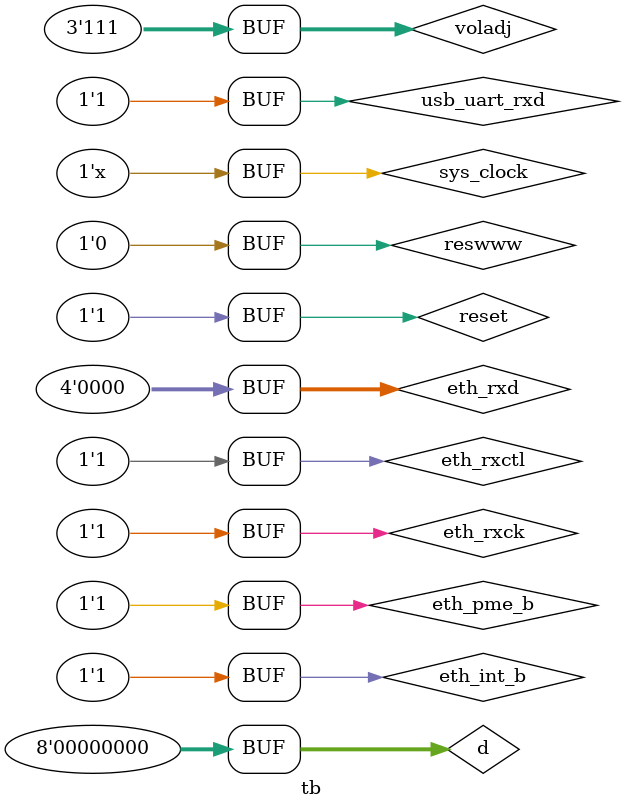
<source format=v>
`timescale 1ns / 1ps


module tb();

  wire [14:0]DDR3_addr;
  wire [2:0]DDR3_ba;
  wire DDR3_cas_n;
  wire [0:0]DDR3_ck_n;
  wire [0:0]DDR3_ck_p;
  wire [0:0]DDR3_cke;
  wire [1:0]DDR3_dm;
  wire [15:0]DDR3_dq;
  wire [1:0]DDR3_dqs_n;
  wire [1:0]DDR3_dqs_p;
  wire [0:0]DDR3_odt;
  wire DDR3_ras_n;
  wire DDR3_reset_n;
  wire DDR3_we_n;
  wire [7:0]GPIO_0_tri_o;
  wire RST;
  wire STIM;
  wire clk_d;
  wire clk_dac;
  wire clk_dac_d;
  wire clk_dac_p;
  wire clk_p;
  wire clk_short;
  reg [7:0]d;
  reg eth_int_b;
  wire eth_mdc;
  wire eth_mdio;
  reg eth_pme_b;
  wire eth_rst_b;
  reg eth_rxck;
  reg eth_rxctl;
  reg [3:0]eth_rxd;
  wire eth_txck;
  wire eth_txctl;
  wire [3:0]eth_txd;
  reg reset;
  reg reswww;
  wire start_sending_0;
  reg sys_clock;
  reg usb_uart_rxd;
  wire usb_uart_txd;
  wire [2:0]vadj;
  reg [2:0]voladj;
  
  design_1_wrapper dut
       (.DDR3_addr(DDR3_addr),
        .DDR3_ba(DDR3_ba),
        .DDR3_cas_n(DDR3_cas_n),
        .DDR3_ck_n(DDR3_ck_n),
        .DDR3_ck_p(DDR3_ck_p),
        .DDR3_cke(DDR3_cke),
        .DDR3_dm(DDR3_dm),
        .DDR3_dq(DDR3_dq),
        .DDR3_dqs_n(DDR3_dqs_n),
        .DDR3_dqs_p(DDR3_dqs_p),
        .DDR3_odt(DDR3_odt),
        .DDR3_ras_n(DDR3_ras_n),
        .DDR3_reset_n(DDR3_reset_n),
        .DDR3_we_n(DDR3_we_n),
        .GPIO_0_tri_o(GPIO_0_tri_o),
        .RST(RST),
        .STIM(STIM),
        .clk_d(clk_d),
        .clk_dac(clk_dac),
        .clk_dac_d(clk_dac_d),
        .clk_dac_p(clk_dac_p),
        .clk_p(clk_p),
        .clk_short(clk_short),
        .d(d),
        .eth_int_b(eth_int_b),
        .eth_mdc(eth_mdc),
        .eth_mdio(eth_mdio),
        .eth_pme_b(eth_pme_b),
        .eth_rst_b(eth_rst_b),
        .eth_rxck(eth_rxck),
        .eth_rxctl(eth_rxctl),
        .eth_rxd(eth_rxd),
        .eth_txck(eth_txck),
        .eth_txctl(eth_txctl),
        .eth_txd(eth_txd),
        .reset(reset),
        .reswww(reswww),
        .start_sending_0(start_sending_0),
        .sys_clock(sys_clock),
        .usb_uart_rxd(usb_uart_rxd),
        .usb_uart_txd(usb_uart_txd),
        .vadj(vadj),
        .voladj(voladj));
		
		always #1 sys_clock = ~sys_clock;
		initial
		begin
		sys_clock = 1'b0;
		reset = 1'b0;
		reswww = 1'b1;
		#45
		reset = 1'b1;

		d = 8'b0;
		eth_int_b = 1'b1;

		eth_pme_b = 1'b1;
		eth_rxck = 1'b1;
		eth_rxctl = 1'b1;
		eth_rxd = 4'b0;
		reswww = 1'b0;
		usb_uart_rxd = 1'b1;
		voladj = 3'b111;
		end

endmodule
</source>
